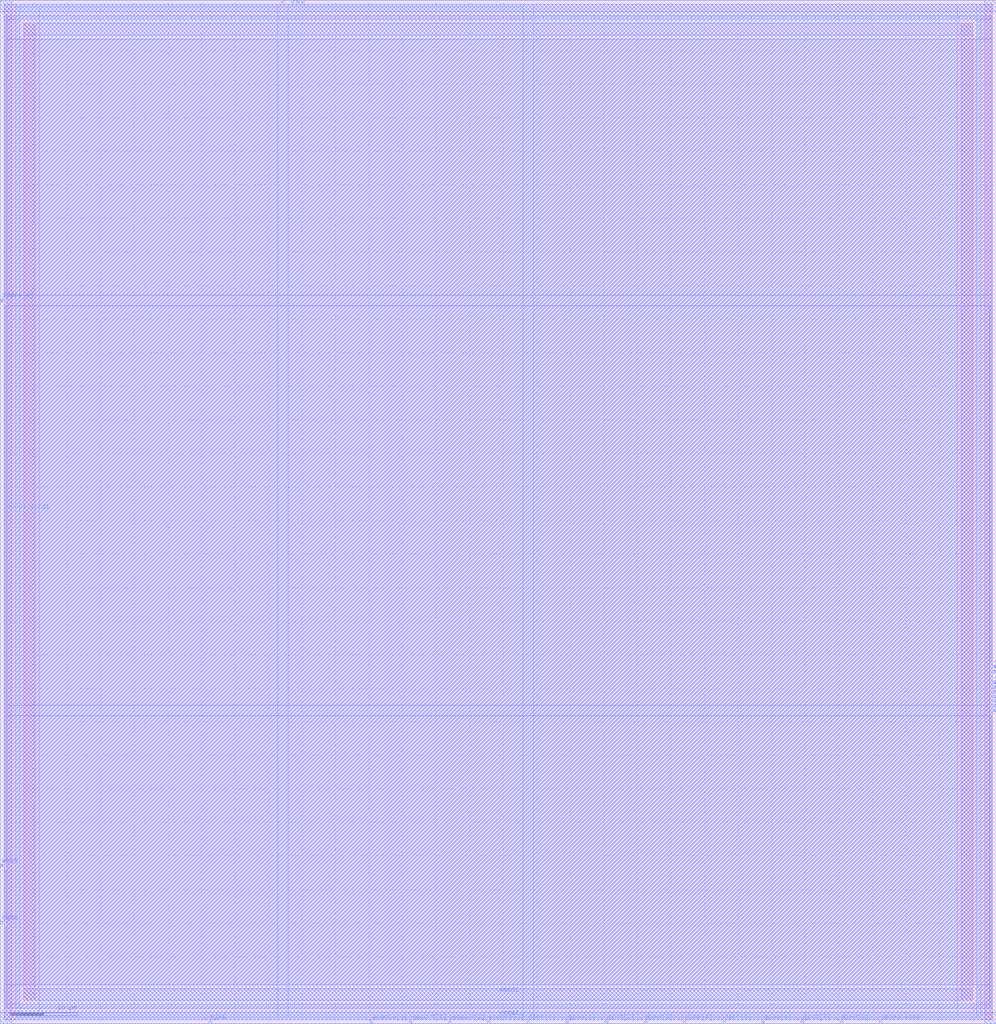
<source format=lef>
VERSION 5.4 ;
NAMESCASESENSITIVE ON ;
BUSBITCHARS "[]" ;
DIVIDERCHAR "/" ;
UNITS
  DATABASE MICRONS 1000 ;
END UNITS
MACRO sky130_sram_1rw_tiny
   CLASS BLOCK ;
   SIZE 148.48 BY 152.54 ;
   SYMMETRY X Y R90 ;
   PIN din0[0]
      DIRECTION INPUT ;
      PORT
         LAYER met4 ;
         RECT  78.5 0.0 78.88 0.38 ;
      END
   END din0[0]
   PIN din0[1]
      DIRECTION INPUT ;
      PORT
         LAYER met4 ;
         RECT  84.34 0.0 84.72 0.38 ;
      END
   END din0[1]
   PIN din0[2]
      DIRECTION INPUT ;
      PORT
         LAYER met4 ;
         RECT  90.18 0.0 90.56 0.38 ;
      END
   END din0[2]
   PIN din0[3]
      DIRECTION INPUT ;
      PORT
         LAYER met4 ;
         RECT  96.02 0.0 96.4 0.38 ;
      END
   END din0[3]
   PIN din0[4]
      DIRECTION INPUT ;
      PORT
         LAYER met4 ;
         RECT  101.86 0.0 102.24 0.38 ;
      END
   END din0[4]
   PIN din0[5]
      DIRECTION INPUT ;
      PORT
         LAYER met4 ;
         RECT  107.7 0.0 108.08 0.38 ;
      END
   END din0[5]
   PIN din0[6]
      DIRECTION INPUT ;
      PORT
         LAYER met4 ;
         RECT  113.54 0.0 113.92 0.38 ;
      END
   END din0[6]
   PIN din0[7]
      DIRECTION INPUT ;
      PORT
         LAYER met4 ;
         RECT  119.38 0.0 119.76 0.38 ;
      END
   END din0[7]
   PIN din0[8]
      DIRECTION INPUT ;
      PORT
         LAYER met4 ;
         RECT  125.22 0.0 125.6 0.38 ;
      END
   END din0[8]
   PIN addr0[0]
      DIRECTION INPUT ;
      PORT
         LAYER met3 ;
         RECT  0.0 107.58 0.38 107.96 ;
      END
   END addr0[0]
   PIN addr0[1]
      DIRECTION INPUT ;
      PORT
         LAYER met4 ;
         RECT  41.92 152.16 42.3 152.54 ;
      END
   END addr0[1]
   PIN addr0[2]
      DIRECTION INPUT ;
      PORT
         LAYER met4 ;
         RECT  44.895 152.16 45.275 152.54 ;
      END
   END addr0[2]
   PIN addr0[3]
      DIRECTION INPUT ;
      PORT
         LAYER met4 ;
         RECT  44.205 152.16 44.585 152.54 ;
      END
   END addr0[3]
   PIN addr0[4]
      DIRECTION INPUT ;
      PORT
         LAYER met4 ;
         RECT  43.46 152.16 43.84 152.54 ;
      END
   END addr0[4]
   PIN csb0
      DIRECTION INPUT ;
      PORT
         LAYER met3 ;
         RECT  0.0 14.87 0.38 15.25 ;
      END
   END csb0
   PIN web0
      DIRECTION INPUT ;
      PORT
         LAYER met3 ;
         RECT  0.0 23.37 0.38 23.75 ;
      END
   END web0
   PIN clk0
      DIRECTION INPUT ;
      PORT
         LAYER met4 ;
         RECT  31.1 0.0 31.48 0.38 ;
      END
   END clk0
   PIN wmask0[0]
      DIRECTION INPUT ;
      PORT
         LAYER met4 ;
         RECT  55.14 0.0 55.52 0.38 ;
      END
   END wmask0[0]
   PIN wmask0[1]
      DIRECTION INPUT ;
      PORT
         LAYER met4 ;
         RECT  60.98 0.0 61.36 0.38 ;
      END
   END wmask0[1]
   PIN wmask0[2]
      DIRECTION INPUT ;
      PORT
         LAYER met4 ;
         RECT  66.82 0.0 67.2 0.38 ;
      END
   END wmask0[2]
   PIN wmask0[3]
      DIRECTION INPUT ;
      PORT
         LAYER met4 ;
         RECT  72.66 0.0 73.04 0.38 ;
      END
   END wmask0[3]
   PIN spare_wen0
      DIRECTION INPUT ;
      PORT
         LAYER met4 ;
         RECT  131.06 0.0 131.44 0.38 ;
      END
   END spare_wen0
   PIN dout0[0]
      DIRECTION OUTPUT ;
      PORT
         LAYER met3 ;
         RECT  148.1 46.5 148.48 46.88 ;
      END
   END dout0[0]
   PIN dout0[1]
      DIRECTION OUTPUT ;
      PORT
         LAYER met3 ;
         RECT  148.1 47.19 148.48 47.57 ;
      END
   END dout0[1]
   PIN dout0[2]
      DIRECTION OUTPUT ;
      PORT
         LAYER met3 ;
         RECT  148.1 47.88 148.48 48.26 ;
      END
   END dout0[2]
   PIN dout0[3]
      DIRECTION OUTPUT ;
      PORT
         LAYER met3 ;
         RECT  148.1 53.05 148.48 53.43 ;
      END
   END dout0[3]
   PIN dout0[4]
      DIRECTION OUTPUT ;
      PORT
         LAYER met3 ;
         RECT  148.1 48.57 148.48 48.95 ;
      END
   END dout0[4]
   PIN dout0[5]
      DIRECTION OUTPUT ;
      PORT
         LAYER met3 ;
         RECT  148.1 52.275 148.48 52.655 ;
      END
   END dout0[5]
   PIN dout0[6]
      DIRECTION OUTPUT ;
      PORT
         LAYER met3 ;
         RECT  148.1 49.26 148.48 49.64 ;
      END
   END dout0[6]
   PIN dout0[7]
      DIRECTION OUTPUT ;
      PORT
         LAYER met3 ;
         RECT  148.1 49.95 148.48 50.33 ;
      END
   END dout0[7]
   PIN dout0[8]
      DIRECTION OUTPUT ;
      PORT
         LAYER met3 ;
         RECT  148.1 50.695 148.48 51.075 ;
      END
   END dout0[8]
   PIN vccd1
      DIRECTION INOUT ;
      USE POWER ; 
      SHAPE ABUTMENT ; 
      PORT
         LAYER met3 ;
         RECT  0.0 150.8 148.48 152.54 ;
         LAYER met4 ;
         RECT  146.74 0.0 148.48 152.54 ;
         LAYER met3 ;
         RECT  0.0 0.0 148.48 1.74 ;
         LAYER met4 ;
         RECT  0.0 0.0 1.74 152.54 ;
      END
   END vccd1
   PIN vssd1
      DIRECTION INOUT ;
      USE GROUND ; 
      SHAPE ABUTMENT ; 
      PORT
         LAYER met4 ;
         RECT  143.26 3.48 145.0 149.06 ;
         LAYER met3 ;
         RECT  3.48 147.32 145.0 149.06 ;
         LAYER met4 ;
         RECT  3.48 3.48 5.22 149.06 ;
         LAYER met3 ;
         RECT  3.48 3.48 145.0 5.22 ;
      END
   END vssd1
   OBS
   LAYER  met1 ;
      RECT  0.62 0.62 147.86 151.92 ;
   LAYER  met2 ;
      RECT  0.62 0.62 147.86 151.92 ;
   LAYER  met3 ;
      RECT  0.98 106.98 147.86 108.56 ;
      RECT  0.62 15.85 0.98 22.77 ;
      RECT  0.62 24.35 0.98 106.98 ;
      RECT  0.98 45.9 147.5 47.48 ;
      RECT  0.98 47.48 147.5 106.98 ;
      RECT  147.5 54.03 147.86 106.98 ;
      RECT  0.62 108.56 0.98 150.2 ;
      RECT  0.62 2.34 0.98 14.27 ;
      RECT  147.5 2.34 147.86 45.9 ;
      RECT  0.98 108.56 2.88 146.72 ;
      RECT  0.98 146.72 2.88 149.66 ;
      RECT  0.98 149.66 2.88 150.2 ;
      RECT  2.88 108.56 145.6 146.72 ;
      RECT  2.88 149.66 145.6 150.2 ;
      RECT  145.6 108.56 147.86 146.72 ;
      RECT  145.6 146.72 147.86 149.66 ;
      RECT  145.6 149.66 147.86 150.2 ;
      RECT  0.98 2.34 2.88 2.88 ;
      RECT  0.98 2.88 2.88 5.82 ;
      RECT  0.98 5.82 2.88 45.9 ;
      RECT  2.88 2.34 145.6 2.88 ;
      RECT  2.88 5.82 145.6 45.9 ;
      RECT  145.6 2.34 147.5 2.88 ;
      RECT  145.6 2.88 147.5 5.82 ;
      RECT  145.6 5.82 147.5 45.9 ;
   LAYER  met4 ;
      RECT  77.9 0.98 79.48 151.92 ;
      RECT  79.48 0.62 83.74 0.98 ;
      RECT  85.32 0.62 89.58 0.98 ;
      RECT  91.16 0.62 95.42 0.98 ;
      RECT  97.0 0.62 101.26 0.98 ;
      RECT  102.84 0.62 107.1 0.98 ;
      RECT  108.68 0.62 112.94 0.98 ;
      RECT  114.52 0.62 118.78 0.98 ;
      RECT  120.36 0.62 124.62 0.98 ;
      RECT  41.32 0.98 42.9 151.56 ;
      RECT  42.9 0.98 77.9 151.56 ;
      RECT  45.875 151.56 77.9 151.92 ;
      RECT  32.08 0.62 54.54 0.98 ;
      RECT  56.12 0.62 60.38 0.98 ;
      RECT  61.96 0.62 66.22 0.98 ;
      RECT  67.8 0.62 72.06 0.98 ;
      RECT  73.64 0.62 77.9 0.98 ;
      RECT  126.2 0.62 130.46 0.98 ;
      RECT  132.04 0.62 146.14 0.98 ;
      RECT  2.34 151.56 41.32 151.92 ;
      RECT  2.34 0.62 30.5 0.98 ;
      RECT  79.48 0.98 142.66 2.88 ;
      RECT  79.48 2.88 142.66 149.66 ;
      RECT  79.48 149.66 142.66 151.92 ;
      RECT  142.66 0.98 145.6 2.88 ;
      RECT  142.66 149.66 145.6 151.92 ;
      RECT  145.6 0.98 146.14 2.88 ;
      RECT  145.6 2.88 146.14 149.66 ;
      RECT  145.6 149.66 146.14 151.92 ;
      RECT  2.34 0.98 2.88 2.88 ;
      RECT  2.34 2.88 2.88 149.66 ;
      RECT  2.34 149.66 2.88 151.56 ;
      RECT  2.88 0.98 5.82 2.88 ;
      RECT  2.88 149.66 5.82 151.56 ;
      RECT  5.82 0.98 41.32 2.88 ;
      RECT  5.82 2.88 41.32 149.66 ;
      RECT  5.82 149.66 41.32 151.56 ;
   END
END    sky130_sram_1rw_tiny
END    LIBRARY

</source>
